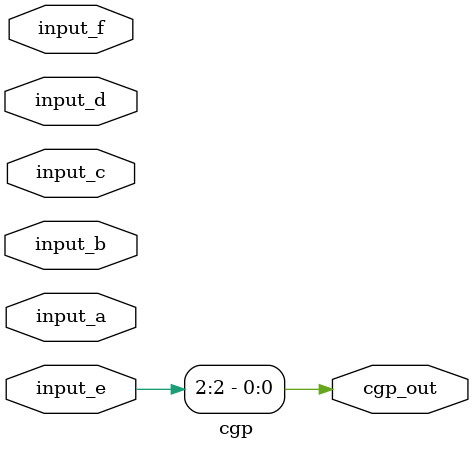
<source format=v>
module cgp(input [2:0] input_a, input [2:0] input_b, input [2:0] input_c, input [2:0] input_d, input [2:0] input_e, input [2:0] input_f, output [0:0] cgp_out);
  wire cgp_core_020;
  wire cgp_core_021;
  wire cgp_core_023;
  wire cgp_core_027;
  wire cgp_core_028;
  wire cgp_core_029;
  wire cgp_core_030;
  wire cgp_core_031;
  wire cgp_core_032;
  wire cgp_core_033;
  wire cgp_core_034;
  wire cgp_core_035;
  wire cgp_core_036;
  wire cgp_core_037;
  wire cgp_core_038;
  wire cgp_core_039;
  wire cgp_core_040;
  wire cgp_core_041;
  wire cgp_core_042;
  wire cgp_core_043;
  wire cgp_core_044;
  wire cgp_core_045;
  wire cgp_core_047;
  wire cgp_core_048;
  wire cgp_core_049;
  wire cgp_core_050;
  wire cgp_core_051;
  wire cgp_core_052;
  wire cgp_core_053;
  wire cgp_core_054;
  wire cgp_core_055;
  wire cgp_core_056;
  wire cgp_core_057;
  wire cgp_core_058;
  wire cgp_core_059;
  wire cgp_core_060;
  wire cgp_core_061;
  wire cgp_core_062;
  wire cgp_core_063;
  wire cgp_core_064;
  wire cgp_core_065;
  wire cgp_core_066;
  wire cgp_core_067;
  wire cgp_core_068;
  wire cgp_core_069;
  wire cgp_core_070;
  wire cgp_core_071;
  wire cgp_core_072;
  wire cgp_core_073;
  wire cgp_core_075;
  wire cgp_core_076;
  wire cgp_core_078;
  wire cgp_core_080;
  wire cgp_core_081;
  wire cgp_core_082;
  wire cgp_core_083;
  wire cgp_core_084;
  wire cgp_core_085;
  wire cgp_core_086;
  wire cgp_core_087;
  wire cgp_core_088;
  wire cgp_core_089;
  wire cgp_core_090;
  wire cgp_core_091;
  wire cgp_core_092;
  wire cgp_core_093;
  wire cgp_core_094;
  wire cgp_core_095;
  wire cgp_core_096;
  wire cgp_core_097;
  wire cgp_core_098;
  wire cgp_core_099;

  assign cgp_core_020 = input_c[0] ^ input_e[0];
  assign cgp_core_021 = input_c[0] & input_e[0];
  assign cgp_core_023 = input_c[1] & input_e[1];
  assign cgp_core_027 = input_c[2] ^ input_e[2];
  assign cgp_core_028 = input_c[2] & input_b[0];
  assign cgp_core_029 = ~input_f[0];
  assign cgp_core_030 = input_f[2] & cgp_core_023;
  assign cgp_core_031 = cgp_core_028 | cgp_core_030;
  assign cgp_core_032 = input_a[0] ^ cgp_core_020;
  assign cgp_core_033 = input_a[0] & cgp_core_020;
  assign cgp_core_034 = input_a[1] ^ cgp_core_021;
  assign cgp_core_035 = input_a[1] & cgp_core_021;
  assign cgp_core_036 = cgp_core_034 ^ input_b[0];
  assign cgp_core_037 = cgp_core_034 & input_d[2];
  assign cgp_core_038 = cgp_core_035 | cgp_core_037;
  assign cgp_core_039 = input_a[2] ^ cgp_core_029;
  assign cgp_core_040 = input_a[2] & cgp_core_029;
  assign cgp_core_041 = cgp_core_039 ^ cgp_core_038;
  assign cgp_core_042 = cgp_core_039 & cgp_core_038;
  assign cgp_core_043 = cgp_core_040 | cgp_core_042;
  assign cgp_core_044 = cgp_core_031 ^ cgp_core_043;
  assign cgp_core_045 = cgp_core_031 & cgp_core_043;
  assign cgp_core_047 = input_d[0] & input_f[0];
  assign cgp_core_048 = input_d[1] ^ input_f[1];
  assign cgp_core_049 = input_d[1] & input_f[1];
  assign cgp_core_050 = cgp_core_048 ^ cgp_core_047;
  assign cgp_core_051 = cgp_core_048 & cgp_core_047;
  assign cgp_core_052 = cgp_core_049 | cgp_core_051;
  assign cgp_core_053 = input_d[2] ^ input_f[2];
  assign cgp_core_054 = input_d[2] & input_f[2];
  assign cgp_core_055 = cgp_core_053 ^ cgp_core_052;
  assign cgp_core_056 = cgp_core_053 & cgp_core_052;
  assign cgp_core_057 = cgp_core_054 | cgp_core_056;
  assign cgp_core_058 = input_b[0] ^ input_b[1];
  assign cgp_core_059 = input_b[0] & input_b[1];
  assign cgp_core_060 = ~(input_b[1] & cgp_core_050);
  assign cgp_core_061 = input_b[1] & cgp_core_050;
  assign cgp_core_062 = ~(cgp_core_060 & cgp_core_059);
  assign cgp_core_063 = cgp_core_060 & cgp_core_059;
  assign cgp_core_064 = input_f[1] | cgp_core_063;
  assign cgp_core_065 = input_b[2] ^ cgp_core_055;
  assign cgp_core_066 = input_b[2] & cgp_core_055;
  assign cgp_core_067 = cgp_core_065 ^ input_d[0];
  assign cgp_core_068 = cgp_core_065 & cgp_core_064;
  assign cgp_core_069 = cgp_core_066 | cgp_core_068;
  assign cgp_core_070 = cgp_core_057 ^ cgp_core_069;
  assign cgp_core_071 = cgp_core_057 & cgp_core_069;
  assign cgp_core_072 = ~cgp_core_071;
  assign cgp_core_073 = cgp_core_045 & cgp_core_072;
  assign cgp_core_075 = ~cgp_core_070;
  assign cgp_core_076 = cgp_core_044 & cgp_core_075;
  assign cgp_core_078 = ~(cgp_core_044 ^ cgp_core_070);
  assign cgp_core_080 = ~cgp_core_067;
  assign cgp_core_081 = cgp_core_041 & cgp_core_080;
  assign cgp_core_082 = cgp_core_081 & cgp_core_078;
  assign cgp_core_083 = cgp_core_041 & cgp_core_067;
  assign cgp_core_084 = cgp_core_083 & cgp_core_078;
  assign cgp_core_085 = ~cgp_core_062;
  assign cgp_core_086 = cgp_core_036 & cgp_core_085;
  assign cgp_core_087 = cgp_core_086 & cgp_core_084;
  assign cgp_core_088 = cgp_core_036 & cgp_core_062;
  assign cgp_core_089 = cgp_core_088 & cgp_core_084;
  assign cgp_core_090 = ~cgp_core_058;
  assign cgp_core_091 = cgp_core_032 & cgp_core_090;
  assign cgp_core_092 = input_c[1] & cgp_core_089;
  assign cgp_core_093 = ~(cgp_core_032 ^ cgp_core_058);
  assign cgp_core_094 = input_d[1] & cgp_core_089;
  assign cgp_core_095 = cgp_core_087 | cgp_core_082;
  assign cgp_core_096 = cgp_core_092 | cgp_core_095;
  assign cgp_core_097 = cgp_core_073 | cgp_core_094;
  assign cgp_core_098 = cgp_core_076 | cgp_core_097;
  assign cgp_core_099 = cgp_core_096 | cgp_core_098;

  assign cgp_out[0] = input_e[2];
endmodule
</source>
